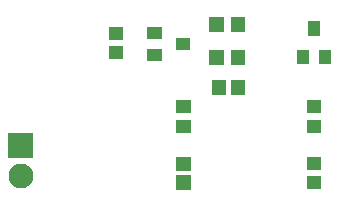
<source format=gts>
G04 Layer: TopSolderMaskLayer*
G04 EasyEDA v6.5.1, 2022-03-27 00:49:21*
G04 a67cddfb3fce44daa9051d46cbbcc19f,10*
G04 Gerber Generator version 0.2*
G04 Scale: 100 percent, Rotated: No, Reflected: No *
G04 Dimensions in millimeters *
G04 leading zeros omitted , absolute positions ,4 integer and 5 decimal *
%FSLAX45Y45*%
%MOMM*%

%ADD25C,2.1016*%

%LPD*%
G36*
X94742Y321818D02*
G01*
X94742Y532129D01*
X305054Y532129D01*
X305054Y321818D01*
G37*
D25*
G01*
X199897Y172973D03*
G36*
X946404Y1165097D02*
G01*
X946404Y1275334D01*
X1066545Y1275334D01*
X1066545Y1165097D01*
G37*
G36*
X946404Y1325118D02*
G01*
X946404Y1435354D01*
X1066545Y1435354D01*
X1066545Y1325118D01*
G37*
G36*
X2622804Y60197D02*
G01*
X2622804Y170434D01*
X2742945Y170434D01*
X2742945Y60197D01*
G37*
G36*
X2622804Y220218D02*
G01*
X2622804Y330454D01*
X2742945Y330454D01*
X2742945Y220218D01*
G37*
G36*
X1517904Y707644D02*
G01*
X1517904Y818134D01*
X1638045Y818134D01*
X1638045Y707644D01*
G37*
G36*
X1517904Y537718D02*
G01*
X1517904Y647954D01*
X1638045Y647954D01*
X1638045Y537718D01*
G37*
G36*
X2622804Y707644D02*
G01*
X2622804Y818134D01*
X2742945Y818134D01*
X2742945Y707644D01*
G37*
G36*
X2622804Y537718D02*
G01*
X2622804Y647954D01*
X2742945Y647954D01*
X2742945Y537718D01*
G37*
G36*
X1818894Y853947D02*
G01*
X1818894Y984250D01*
X1939036Y984250D01*
X1939036Y853947D01*
G37*
G36*
X1978913Y853947D02*
G01*
X1978913Y984250D01*
X2099056Y984250D01*
X2099056Y853947D01*
G37*
G36*
X1512823Y55118D02*
G01*
X1512823Y175513D01*
X1643126Y175513D01*
X1643126Y55118D01*
G37*
G36*
X1512823Y215137D02*
G01*
X1512823Y335534D01*
X1643126Y335534D01*
X1643126Y215137D01*
G37*
G36*
X2537713Y1120139D02*
G01*
X2537713Y1240281D01*
X2638043Y1240281D01*
X2638043Y1120139D01*
G37*
G36*
X2727706Y1120139D02*
G01*
X2727706Y1240281D01*
X2828036Y1240281D01*
X2828036Y1120139D01*
G37*
G36*
X2631186Y1360170D02*
G01*
X2631186Y1480312D01*
X2731515Y1480312D01*
X2731515Y1360170D01*
G37*
G36*
X1270762Y1332229D02*
G01*
X1270762Y1432560D01*
X1391157Y1432560D01*
X1391157Y1332229D01*
G37*
G36*
X1270762Y1142237D02*
G01*
X1270762Y1242568D01*
X1391157Y1242568D01*
X1391157Y1142237D01*
G37*
G36*
X1510792Y1238757D02*
G01*
X1510792Y1339087D01*
X1631187Y1339087D01*
X1631187Y1238757D01*
G37*
G36*
X1796034Y1107947D02*
G01*
X1796034Y1238250D01*
X1916429Y1238250D01*
X1916429Y1107947D01*
G37*
G36*
X1976120Y1107947D02*
G01*
X1976120Y1238250D01*
X2096515Y1238250D01*
X2096515Y1107947D01*
G37*
G36*
X1976120Y1387347D02*
G01*
X1976120Y1517650D01*
X2096515Y1517650D01*
X2096515Y1387347D01*
G37*
G36*
X1796034Y1387347D02*
G01*
X1796034Y1517650D01*
X1916429Y1517650D01*
X1916429Y1387347D01*
G37*
M02*

</source>
